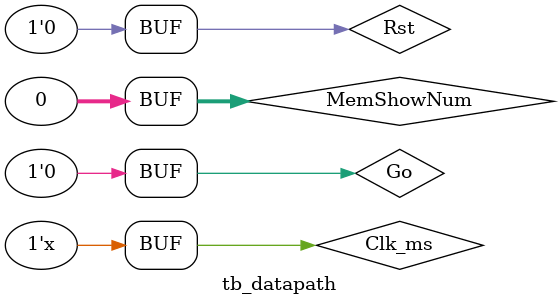
<source format=v>
`timescale 1ns / 1ps

module tb_datapath();
    reg Clk_ms;  //Ô­Ê¼µÄÊ±ÖÓ£¬Ò²¼´Ó²¼þ·ÖÆµºóµÄÊ±ÖÓ
    reg Rst;
    reg Go;     //
    reg [31:0] MemShowNum;   //ÄÚ´æÏÔÊ¾
    wire [31:0]LedData;
    wire [15:0]TotalCirc;
    wire [15:0]NobranchCirc;
    wire [15:0]BranchCirc;
    wire [31:0]MemShow;      //ÄÚ´æÏÔÊ¾
    
    always #1 Clk_ms = ~Clk_ms; 
    initial begin
        Clk_ms<=0;
        Rst<=0;
        Go<=0;
        MemShowNum<=0;
    end 
    Datapath MM(Clk_ms, Rst, Go,MemShowNum, LedData, TotalCirc, NobranchCirc, BranchCirc, MemShow);
endmodule

</source>
